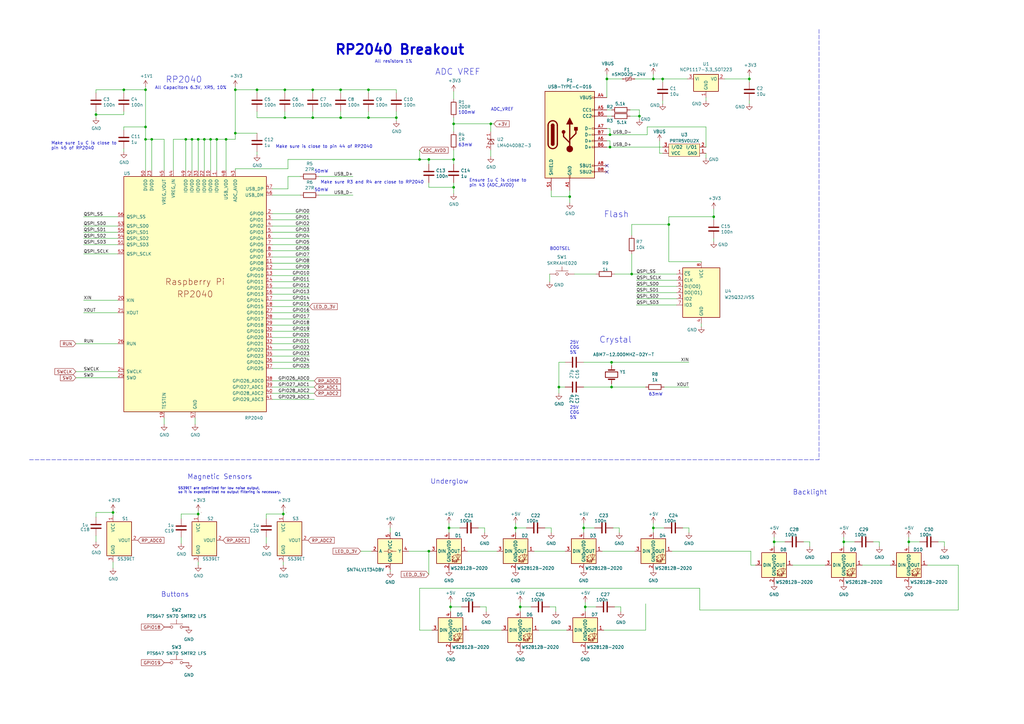
<source format=kicad_sch>
(kicad_sch (version 20230121) (generator eeschema)
  (paper "A3")
  (title_block (title "keeb") (date "2020-12-18") (rev "REV1"))
  (junction (at 172.085 65.405))
  (junction (at 59.69 36.83))
  (junction (at 250.825 158.75))
  (junction (at 184.15 216.535))
  (junction (at 162.56 48.26))
  (junction (at 46.355 210.185))
  (junction (at 262.255 47.625))
  (junction (at 96.52 54.61))
  (junction (at 186.055 50.8))
  (junction (at 233.68 80.645))
  (junction (at 151.13 48.26))
  (junction (at 116.205 210.82))
  (junction (at 267.97 32.385))
  (junction (at 211.455 216.535))
  (junction (at 240.03 248.92))
  (junction (at 50.8 36.83))
  (junction (at 86.36 57.15))
  (junction (at 317.5 222.25))
  (junction (at 201.295 50.8))
  (junction (at 186.055 65.405))
  (junction (at 267.97 216.535))
  (junction (at 76.2 57.15))
  (junction (at 213.36 248.92))
  (junction (at 116.84 48.26))
  (junction (at 271.78 32.385))
  (junction (at 83.82 57.15))
  (junction (at 62.23 57.15))
  (junction (at 184.785 248.92))
  (junction (at 248.92 32.385))
  (junction (at 92.71 57.15))
  (junction (at 307.34 32.385))
  (junction (at 372.745 222.25))
  (junction (at 151.13 36.83))
  (junction (at 250.19 60.325))
  (junction (at 59.69 57.15))
  (junction (at 96.52 36.83))
  (junction (at 346.075 222.25))
  (junction (at 88.9 57.15))
  (junction (at 274.32 92.075))
  (junction (at 59.69 52.07))
  (junction (at 78.74 57.15))
  (junction (at 81.28 57.15))
  (junction (at 81.28 210.82))
  (junction (at 250.825 148.59))
  (junction (at 250.19 55.245))
  (junction (at 259.08 112.395))
  (junction (at 128.27 36.83))
  (junction (at 229.235 158.75))
  (junction (at 128.27 48.26))
  (junction (at 292.735 88.9))
  (junction (at 39.37 46.99))
  (junction (at 116.84 36.83))
  (junction (at 175.895 226.06))
  (junction (at 105.41 36.83))
  (junction (at 239.395 216.535))
  (junction (at 139.7 48.26))
  (junction (at 175.895 65.405))
  (junction (at 186.055 76.835))
  (junction (at 139.7 36.83))
  (no_connect (at 248.92 67.945))
  (no_connect (at 248.92 70.485))
  (wire (pts (xy 184.785 248.92) (xy 184.785 250.825)))
  (wire (pts (xy 34.29 100.33) (xy 48.26 100.33)))
  (wire (pts (xy 271.78 62.865) (xy 270.51 62.865)))
  (wire (pts (xy 92.71 69.85) (xy 92.71 57.15)))
  (wire (pts (xy 74.295 220.345) (xy 74.295 222.885)))
  (wire (pts (xy 116.205 210.82) (xy 109.22 210.82)))
  (wire (pts (xy 46.355 230.505) (xy 46.355 233.045)))
  (wire (pts (xy 191.77 226.06) (xy 203.835 226.06)))
  (wire (pts (xy 48.26 128.27) (xy 34.29 128.27)))
  (wire (pts (xy 59.69 36.83) (xy 59.69 52.07)))
  (wire (pts (xy 48.26 104.14) (xy 34.29 104.14)))
  (wire (pts (xy 325.12 231.775) (xy 338.455 231.775)))
  (wire (pts (xy 281.94 32.385) (xy 271.78 32.385)))
  (wire (pts (xy 39.37 36.83) (xy 50.8 36.83)))
  (wire (pts (xy 96.52 35.56) (xy 96.52 36.83)))
  (wire (pts (xy 239.395 216.535) (xy 243.84 216.535)))
  (wire (pts (xy 128.27 36.83) (xy 139.7 36.83)))
  (wire (pts (xy 250.825 157.48) (xy 250.825 158.75)))
  (wire (pts (xy 260.35 32.385) (xy 267.97 32.385)))
  (wire (pts (xy 50.8 60.96) (xy 50.8 62.23)))
  (wire (pts (xy 332.105 222.25) (xy 332.105 224.155)))
  (wire (pts (xy 50.8 52.07) (xy 59.69 52.07)))
  (wire (pts (xy 111.76 151.13) (xy 127 151.13)))
  (wire (pts (xy 111.76 140.97) (xy 127 140.97)))
  (wire (pts (xy 239.395 148.59) (xy 250.825 148.59)))
  (wire (pts (xy 81.28 57.15) (xy 83.82 57.15)))
  (wire (pts (xy 240.03 248.92) (xy 244.475 248.92)))
  (wire (pts (xy 264.795 247.65) (xy 264.795 258.445)))
  (wire (pts (xy 139.7 45.72) (xy 139.7 48.26)))
  (wire (pts (xy 250.825 45.085) (xy 248.92 45.085)))
  (wire (pts (xy 105.41 36.83) (xy 116.84 36.83)))
  (wire (pts (xy 225.425 112.395) (xy 225.425 115.57)))
  (wire (pts (xy 274.32 92.075) (xy 274.32 88.9)))
  (wire (pts (xy 48.26 88.9) (xy 34.29 88.9)))
  (wire (pts (xy 250.825 158.75) (xy 264.795 158.75)))
  (wire (pts (xy 213.36 248.92) (xy 217.805 248.92)))
  (wire (pts (xy 393.065 250.19) (xy 287.02 250.19)))
  (wire (pts (xy 186.055 74.93) (xy 186.055 76.835)))
  (wire (pts (xy 160.02 216.535) (xy 160.02 218.44)))
  (wire (pts (xy 184.785 248.92) (xy 189.23 248.92)))
  (wire (pts (xy 46.355 209.55) (xy 46.355 210.185)))
  (wire (pts (xy 118.11 69.215) (xy 118.11 65.405)))
  (wire (pts (xy 297.18 32.385) (xy 307.34 32.385)))
  (wire (pts (xy 34.29 123.19) (xy 48.26 123.19)))
  (wire (pts (xy 250.19 60.325) (xy 271.78 60.325)))
  (wire (pts (xy 267.97 216.535) (xy 272.415 216.535)))
  (wire (pts (xy 88.9 57.15) (xy 92.71 57.15)))
  (wire (pts (xy 186.055 50.8) (xy 201.295 50.8)))
  (wire (pts (xy 81.28 69.85) (xy 81.28 57.15)))
  (wire (pts (xy 111.76 120.65) (xy 127 120.65)))
  (wire (pts (xy 184.15 216.535) (xy 184.15 218.44)))
  (wire (pts (xy 116.84 48.26) (xy 105.41 48.26)))
  (wire (pts (xy 172.085 258.445) (xy 177.165 258.445)))
  (wire (pts (xy 59.69 57.15) (xy 59.69 69.85)))
  (wire (pts (xy 116.205 210.82) (xy 116.205 211.455)))
  (wire (pts (xy 111.76 138.43) (xy 127 138.43)))
  (wire (pts (xy 111.76 92.71) (xy 127 92.71)))
  (wire (pts (xy 175.895 235.585) (xy 175.895 226.06)))
  (wire (pts (xy 111.76 118.11) (xy 127 118.11)))
  (wire (pts (xy 250.19 55.245) (xy 265.43 55.245)))
  (wire (pts (xy 248.92 47.625) (xy 250.825 47.625)))
  (wire (pts (xy 265.43 52.07) (xy 265.43 55.245)))
  (wire (pts (xy 332.105 222.25) (xy 329.565 222.25)))
  (wire (pts (xy 233.68 80.645) (xy 233.68 83.185)))
  (wire (pts (xy 267.97 32.385) (xy 271.78 32.385)))
  (wire (pts (xy 393.065 231.775) (xy 393.065 250.19)))
  (wire (pts (xy 213.36 248.92) (xy 213.36 250.825)))
  (wire (pts (xy 96.52 54.61) (xy 105.41 54.61)))
  (wire (pts (xy 128.27 38.1) (xy 128.27 36.83)))
  (wire (pts (xy 250.19 52.705) (xy 250.19 55.245)))
  (wire (pts (xy 219.075 226.06) (xy 231.775 226.06)))
  (wire (pts (xy 76.2 69.85) (xy 76.2 57.15)))
  (polyline (pts (xy 335.915 12.065) (xy 335.915 188.595)) (stroke (width 0) (type dash)))
  (wire (pts (xy 116.84 45.72) (xy 116.84 48.26)))
  (wire (pts (xy 96.52 36.83) (xy 96.52 54.61)))
  (wire (pts (xy 199.39 248.92) (xy 199.39 250.825)))
  (wire (pts (xy 81.28 209.55) (xy 81.28 210.82)))
  (wire (pts (xy 275.59 226.06) (xy 307.975 226.06)))
  (wire (pts (xy 250.825 149.86) (xy 250.825 148.59)))
  (wire (pts (xy 231.775 158.75) (xy 229.235 158.75)))
  (wire (pts (xy 198.755 216.535) (xy 198.755 218.44)))
  (wire (pts (xy 186.055 65.405) (xy 186.055 67.31)))
  (wire (pts (xy 287.655 132.715) (xy 287.655 133.985)))
  (wire (pts (xy 105.41 38.1) (xy 105.41 36.83)))
  (wire (pts (xy 248.92 32.385) (xy 248.92 40.005)))
  (wire (pts (xy 62.23 69.85) (xy 62.23 57.15)))
  (wire (pts (xy 254 216.535) (xy 251.46 216.535)))
  (wire (pts (xy 172.085 241.3) (xy 172.085 258.445)))
  (wire (pts (xy 109.22 220.345) (xy 109.22 222.885)))
  (wire (pts (xy 92.71 57.15) (xy 96.52 57.15)))
  (wire (pts (xy 262.255 47.625) (xy 262.255 48.895)))
  (wire (pts (xy 167.64 226.06) (xy 175.895 226.06)))
  (wire (pts (xy 353.695 231.775) (xy 365.125 231.775)))
  (wire (pts (xy 175.895 226.06) (xy 176.53 226.06)))
  (wire (pts (xy 34.29 92.71) (xy 48.26 92.71)))
  (wire (pts (xy 184.15 214.63) (xy 184.15 216.535)))
  (wire (pts (xy 248.92 30.48) (xy 248.92 32.385)))
  (wire (pts (xy 267.97 30.48) (xy 267.97 32.385)))
  (wire (pts (xy 83.82 57.15) (xy 86.36 57.15)))
  (wire (pts (xy 111.76 87.63) (xy 127 87.63)))
  (wire (pts (xy 88.9 57.15) (xy 88.9 69.85)))
  (wire (pts (xy 317.5 222.25) (xy 321.945 222.25)))
  (wire (pts (xy 111.76 107.95) (xy 127 107.95)))
  (wire (pts (xy 227.965 248.92) (xy 227.965 250.825)))
  (wire (pts (xy 240.03 248.92) (xy 240.03 250.825)))
  (wire (pts (xy 184.785 247.015) (xy 184.785 248.92)))
  (wire (pts (xy 172.085 61.595) (xy 172.085 65.405)))
  (wire (pts (xy 307.34 41.275) (xy 307.34 42.545)))
  (wire (pts (xy 162.56 38.1) (xy 162.56 36.83)))
  (wire (pts (xy 287.02 241.3) (xy 287.02 250.19)))
  (wire (pts (xy 307.975 226.06) (xy 307.975 231.775)))
  (wire (pts (xy 130.81 80.01) (xy 144.78 80.01)))
  (wire (pts (xy 111.76 133.35) (xy 127 133.35)))
  (wire (pts (xy 271.78 41.275) (xy 271.78 42.545)))
  (wire (pts (xy 111.76 105.41) (xy 127 105.41)))
  (wire (pts (xy 81.28 210.82) (xy 74.295 210.82)))
  (wire (pts (xy 34.29 95.25) (xy 48.26 95.25)))
  (wire (pts (xy 151.13 38.1) (xy 151.13 36.83)))
  (wire (pts (xy 250.19 60.325) (xy 250.19 57.785)))
  (wire (pts (xy 118.11 72.39) (xy 123.19 72.39)))
  (wire (pts (xy 67.31 69.85) (xy 67.31 57.15)))
  (wire (pts (xy 151.13 45.72) (xy 151.13 48.26)))
  (wire (pts (xy 111.76 130.81) (xy 127 130.81)))
  (wire (pts (xy 80.01 171.45) (xy 80.01 173.99)))
  (wire (pts (xy 111.76 128.27) (xy 127 128.27)))
  (wire (pts (xy 259.08 104.14) (xy 259.08 112.395)))
  (wire (pts (xy 201.295 50.8) (xy 201.295 53.975)))
  (wire (pts (xy 39.37 46.99) (xy 39.37 48.26)))
  (wire (pts (xy 274.32 88.9) (xy 292.735 88.9)))
  (wire (pts (xy 186.055 61.595) (xy 186.055 65.405)))
  (wire (pts (xy 229.235 148.59) (xy 229.235 158.75)))
  (wire (pts (xy 31.115 140.97) (xy 48.26 140.97)))
  (wire (pts (xy 317.5 220.345) (xy 317.5 222.25)))
  (wire (pts (xy 39.37 46.99) (xy 50.8 46.99)))
  (wire (pts (xy 227.965 248.92) (xy 225.425 248.92)))
  (wire (pts (xy 289.56 62.865) (xy 289.56 64.77)))
  (wire (pts (xy 111.76 125.73) (xy 127 125.73)))
  (polyline (pts (xy 12.065 188.595) (xy 335.915 188.595)) (stroke (width 0) (type dash)))
  (wire (pts (xy 111.76 115.57) (xy 127 115.57)))
  (wire (pts (xy 78.74 57.15) (xy 81.28 57.15)))
  (wire (pts (xy 282.575 216.535) (xy 280.035 216.535)))
  (wire (pts (xy 39.37 219.71) (xy 39.37 222.25)))
  (wire (pts (xy 151.13 48.26) (xy 162.56 48.26)))
  (wire (pts (xy 270.51 62.865) (xy 270.51 57.785)))
  (wire (pts (xy 31.115 152.4) (xy 48.26 152.4)))
  (wire (pts (xy 277.495 117.475) (xy 260.985 117.475)))
  (wire (pts (xy 211.455 214.63) (xy 211.455 216.535)))
  (wire (pts (xy 105.41 45.72) (xy 105.41 48.26)))
  (wire (pts (xy 71.12 57.15) (xy 76.2 57.15)))
  (wire (pts (xy 198.755 216.535) (xy 196.215 216.535)))
  (wire (pts (xy 262.255 45.085) (xy 262.255 47.625)))
  (wire (pts (xy 74.295 210.82) (xy 74.295 212.725)))
  (wire (pts (xy 372.745 222.25) (xy 377.19 222.25)))
  (wire (pts (xy 175.895 65.405) (xy 186.055 65.405)))
  (wire (pts (xy 239.395 158.75) (xy 250.825 158.75)))
  (wire (pts (xy 151.13 36.83) (xy 162.56 36.83)))
  (wire (pts (xy 231.775 148.59) (xy 229.235 148.59)))
  (wire (pts (xy 186.055 48.26) (xy 186.055 50.8)))
  (wire (pts (xy 130.81 72.39) (xy 144.78 72.39)))
  (wire (pts (xy 292.735 90.17) (xy 292.735 88.9)))
  (wire (pts (xy 307.34 32.385) (xy 307.34 31.115)))
  (wire (pts (xy 292.735 85.725) (xy 292.735 88.9)))
  (wire (pts (xy 265.43 52.07) (xy 289.56 52.07)))
  (wire (pts (xy 252.095 112.395) (xy 259.08 112.395)))
  (wire (pts (xy 111.76 156.21) (xy 128.905 156.21)))
  (wire (pts (xy 260.985 125.095) (xy 277.495 125.095)))
  (wire (pts (xy 247.65 258.445) (xy 264.795 258.445)))
  (wire (pts (xy 111.76 100.33) (xy 127 100.33)))
  (wire (pts (xy 59.69 35.56) (xy 59.69 36.83)))
  (wire (pts (xy 46.355 210.185) (xy 46.355 211.455)))
  (wire (pts (xy 96.52 69.215) (xy 96.52 69.85)))
  (wire (pts (xy 139.7 48.26) (xy 128.27 48.26)))
  (wire (pts (xy 147.955 226.06) (xy 152.4 226.06)))
  (wire (pts (xy 111.76 163.83) (xy 128.905 163.83)))
  (wire (pts (xy 111.76 158.75) (xy 128.905 158.75)))
  (wire (pts (xy 213.36 247.015) (xy 213.36 248.92)))
  (wire (pts (xy 175.895 65.405) (xy 175.895 67.31)))
  (wire (pts (xy 111.76 113.03) (xy 127 113.03)))
  (wire (pts (xy 39.37 45.72) (xy 39.37 46.99)))
  (wire (pts (xy 160.02 233.68) (xy 160.02 234.315)))
  (wire (pts (xy 240.03 247.015) (xy 240.03 248.92)))
  (wire (pts (xy 229.235 158.75) (xy 229.235 161.29)))
  (wire (pts (xy 116.205 209.55) (xy 116.205 210.82)))
  (wire (pts (xy 186.055 37.465) (xy 186.055 40.64)))
  (wire (pts (xy 105.41 63.5) (xy 105.41 62.23)))
  (wire (pts (xy 346.075 222.25) (xy 346.075 224.155)))
  (wire (pts (xy 346.075 220.345) (xy 346.075 222.25)))
  (wire (pts (xy 239.395 216.535) (xy 239.395 218.44)))
  (wire (pts (xy 307.34 33.655) (xy 307.34 32.385)))
  (wire (pts (xy 111.76 97.79) (xy 127 97.79)))
  (wire (pts (xy 372.745 220.345) (xy 372.745 222.25)))
  (wire (pts (xy 360.68 222.25) (xy 358.14 222.25)))
  (wire (pts (xy 186.055 50.8) (xy 186.055 53.975)))
  (wire (pts (xy 260.985 122.555) (xy 277.495 122.555)))
  (wire (pts (xy 372.745 222.25) (xy 372.745 224.155)))
  (wire (pts (xy 31.115 154.94) (xy 48.26 154.94)))
  (wire (pts (xy 111.76 161.29) (xy 128.905 161.29)))
  (wire (pts (xy 254.635 248.92) (xy 254.635 250.825)))
  (wire (pts (xy 39.37 38.1) (xy 39.37 36.83)))
  (wire (pts (xy 287.02 241.3) (xy 172.085 241.3)))
  (wire (pts (xy 271.78 33.655) (xy 271.78 32.385)))
  (wire (pts (xy 184.15 216.535) (xy 188.595 216.535)))
  (wire (pts (xy 86.36 69.85) (xy 86.36 57.15)))
  (wire (pts (xy 111.76 90.17) (xy 127 90.17)))
  (wire (pts (xy 239.395 214.63) (xy 239.395 216.535)))
  (wire (pts (xy 360.68 222.25) (xy 360.68 224.155)))
  (wire (pts (xy 59.69 52.07) (xy 59.69 57.15)))
  (wire (pts (xy 267.97 216.535) (xy 267.97 218.44)))
  (wire (pts (xy 199.39 248.92) (xy 196.85 248.92)))
  (wire (pts (xy 50.8 36.83) (xy 59.69 36.83)))
  (wire (pts (xy 220.98 258.445) (xy 232.41 258.445)))
  (wire (pts (xy 211.455 216.535) (xy 215.9 216.535)))
  (wire (pts (xy 226.06 78.105) (xy 226.06 80.645)))
  (wire (pts (xy 380.365 231.775) (xy 393.065 231.775)))
  (wire (pts (xy 116.84 36.83) (xy 128.27 36.83)))
  (wire (pts (xy 233.68 78.105) (xy 233.68 80.645)))
  (wire (pts (xy 387.35 222.25) (xy 387.35 224.155)))
  (wire (pts (xy 226.06 80.645) (xy 233.68 80.645)))
  (wire (pts (xy 118.11 72.39) (xy 118.11 77.47)))
  (wire (pts (xy 247.015 226.06) (xy 260.35 226.06)))
  (wire (pts (xy 162.56 48.26) (xy 162.56 49.53)))
  (wire (pts (xy 96.52 54.61) (xy 96.52 57.15)))
  (wire (pts (xy 248.92 32.385) (xy 255.27 32.385)))
  (wire (pts (xy 111.76 110.49) (xy 127 110.49)))
  (wire (pts (xy 258.445 47.625) (xy 262.255 47.625)))
  (wire (pts (xy 118.11 65.405) (xy 172.085 65.405)))
  (wire (pts (xy 111.76 80.01) (xy 123.19 80.01)))
  (wire (pts (xy 67.31 57.15) (xy 62.23 57.15)))
  (wire (pts (xy 274.32 92.075) (xy 274.32 107.315)))
  (wire (pts (xy 274.32 107.315) (xy 287.655 107.315)))
  (wire (pts (xy 250.825 148.59) (xy 282.575 148.59)))
  (wire (pts (xy 78.74 69.85) (xy 78.74 57.15)))
  (wire (pts (xy 67.31 171.45) (xy 67.31 173.99)))
  (wire (pts (xy 254.635 248.92) (xy 252.095 248.92)))
  (wire (pts (xy 111.76 77.47) (xy 118.11 77.47)))
  (wire (pts (xy 81.28 231.775) (xy 81.28 230.505)))
  (wire (pts (xy 162.56 45.72) (xy 162.56 48.26)))
  (wire (pts (xy 248.92 52.705) (xy 250.19 52.705)))
  (wire (pts (xy 139.7 38.1) (xy 139.7 36.83)))
  (wire (pts (xy 235.585 112.395) (xy 244.475 112.395)))
  (wire (pts (xy 116.84 38.1) (xy 116.84 36.83)))
  (wire (pts (xy 111.76 123.19) (xy 127 123.19)))
  (wire (pts (xy 211.455 216.535) (xy 211.455 218.44)))
  (wire (pts (xy 111.76 146.05) (xy 127 146.05)))
  (wire (pts (xy 260.985 114.935) (xy 277.495 114.935)))
  (wire (pts (xy 111.76 102.87) (xy 127 102.87)))
  (wire (pts (xy 128.27 45.72) (xy 128.27 48.26)))
  (wire (pts (xy 387.35 222.25) (xy 384.81 222.25)))
  (wire (pts (xy 50.8 38.1) (xy 50.8 36.83)))
  (wire (pts (xy 172.085 65.405) (xy 175.895 65.405)))
  (wire (pts (xy 34.29 97.79) (xy 48.26 97.79)))
  (wire (pts (xy 272.415 158.75) (xy 282.575 158.75)))
  (wire (pts (xy 111.76 95.25) (xy 127 95.25)))
  (wire (pts (xy 175.895 74.93) (xy 175.895 76.835)))
  (wire (pts (xy 111.76 135.89) (xy 127 135.89)))
  (wire (pts (xy 289.56 52.07) (xy 289.56 60.325)))
  (wire (pts (xy 62.23 57.15) (xy 59.69 57.15)))
  (wire (pts (xy 259.08 92.075) (xy 259.08 96.52)))
  (wire (pts (xy 259.08 112.395) (xy 277.495 112.395)))
  (wire (pts (xy 111.76 148.59) (xy 127 148.59)))
  (wire (pts (xy 248.92 57.785) (xy 250.19 57.785)))
  (wire (pts (xy 96.52 69.215) (xy 118.11 69.215)))
  (wire (pts (xy 292.735 97.79) (xy 292.735 99.06)))
  (wire (pts (xy 39.37 210.185) (xy 39.37 212.09)))
  (wire (pts (xy 71.12 69.85) (xy 71.12 57.15)))
  (wire (pts (xy 226.06 216.535) (xy 226.06 218.44)))
  (wire (pts (xy 248.92 55.245) (xy 250.19 55.245)))
  (wire (pts (xy 282.575 216.535) (xy 282.575 218.44)))
  (wire (pts (xy 76.2 57.15) (xy 78.74 57.15)))
  (wire (pts (xy 259.08 92.075) (xy 274.32 92.075)))
  (wire (pts (xy 81.28 210.82) (xy 81.28 211.455)))
  (wire (pts (xy 83.82 69.85) (xy 83.82 57.15)))
  (wire (pts (xy 186.055 76.835) (xy 186.055 79.375)))
  (wire (pts (xy 46.355 210.185) (xy 39.37 210.185)))
  (wire (pts (xy 317.5 222.25) (xy 317.5 224.155)))
  (wire (pts (xy 116.205 231.775) (xy 116.205 230.505)))
  (wire (pts (xy 277.495 120.015) (xy 260.985 120.015)))
  (wire (pts (xy 262.255 45.085) (xy 258.445 45.085)))
  (wire (pts (xy 192.405 258.445) (xy 205.74 258.445)))
  (wire (pts (xy 289.56 40.005) (xy 289.56 41.275)))
  (wire (pts (xy 226.06 216.535) (xy 223.52 216.535)))
  (wire (pts (xy 254 216.535) (xy 254 218.44)))
  (wire (pts (xy 50.8 46.99) (xy 50.8 45.72)))
  (wire (pts (xy 128.27 48.26) (xy 116.84 48.26)))
  (wire (pts (xy 50.8 53.34) (xy 50.8 52.07)))
  (wire (pts (xy 139.7 48.26) (xy 151.13 48.26)))
  (wire (pts (xy 201.295 50.8) (xy 202.565 50.8)))
  (wire (pts (xy 139.7 36.83) (xy 151.13 36.83)))
  (wire (pts (xy 248.92 60.325) (xy 250.19 60.325)))
  (wire (pts (xy 201.295 61.595) (xy 201.295 64.135)))
  (wire (pts (xy 267.97 214.63) (xy 267.97 216.535)))
  (wire (pts (xy 111.76 143.51) (xy 127 143.51)))
  (wire (pts (xy 86.36 57.15) (xy 88.9 57.15)))
  (wire (pts (xy 307.975 231.775) (xy 309.88 231.775)))
  (wire (pts (xy 109.22 210.82) (xy 109.22 212.725)))
  (wire (pts (xy 175.895 76.835) (xy 186.055 76.835)))
  (wire (pts (xy 346.075 222.25) (xy 350.52 222.25)))
  (wire (pts (xy 96.52 36.83) (xy 105.41 36.83)))
  (image (at 152.4 -170.815) (scale 5.52324))
  (image (at -136.525 45.085) (scale 2.69118))
  (text "RP2040 Breakout\n" (at 137.16 22.86 0) (effects (font (size 4 4) (thickness 0.8) bold) (justify left bottom)))
  (text "All Capacitors 6.3V, XR5, 10%" (at 63.5 36.83 0) (effects (font (size 1.27 1.27)) (justify left bottom)))
  (text "Make sure 1u C is close to \npin 45 of RP2040" (at 20.955 61.595 0) (effects (font (size 1.27 1.27)) (justify left bottom)))
  (text "ADC VREF" (at 178.435 31.115 0) (effects (font (size 2.54 2.54)) (justify left bottom)))
  (text "63mW" (at 266.065 162.56 0) (effects (font (size 1.27 1.27)) (justify left bottom)))
  (text "25V\nC0G\n5%" (at 233.68 145.415 0) (effects (font (size 1.27 1.27)) (justify left bottom)))
  (text "ADC_VREF" (at 201.295 45.72 0) (effects (font (size 1.27 1.27)) (justify left bottom)))
  (text "Make sure R3 and R4 are close to RP2040" (at 131.445 75.565 0) (effects (font (size 1.27 1.27)) (justify left bottom)))
  (text "Magnetic Sensors" (at 76.835 196.85 0) (effects (font (size 2 2)) (justify left bottom)))
  (text "Underglow" (at 176.53 198.755 0) (effects (font (size 2 2)) (justify left bottom)))
  (text "63mW" (at 187.96 60.325 0) (effects (font (size 1.27 1.27)) (justify left bottom)))
  (text "RP2040" (at 67.945 34.29 0) (effects (font (size 2.54 2.54)) (justify left bottom)))
  (text "SS39ET are optimized for low noise output, \nso it is expected that no output filtering is necessary." (at 73.025 202.565 0) (effects (font (size 1 1)) (justify left bottom)))
  (text "BOOTSEL" (at 225.425 102.87 0) (effects (font (size 1.27 1.27)) (justify left bottom)))
  (text "Buttons" (at 66.04 245.11 0) (effects (font (size 2 2)) (justify left bottom)))
  (text "Crystal" (at 245.745 140.97 0) (effects (font (size 2.54 2.54)) (justify left bottom)))
  (text "Make sure is close to pin 44 of RP2040" (at 113.03 60.96 0) (effects (font (size 1.27 1.27)) (justify left bottom)))
  (text "All resistors 1%" (at 153.67 26.035 0) (effects (font (size 1.27 1.27)) (justify left bottom)))
  (text "Backlight" (at 325.12 203.2 0) (effects (font (size 2 2)) (justify left bottom)))
  (text "50mW" (at 128.905 71.12 0) (effects (font (size 1.27 1.27)) (justify left bottom)))
  (text "25V\nC0G\n5%" (at 233.68 172.085 0) (effects (font (size 1.27 1.27)) (justify left bottom)))
  (text "50mW" (at 128.905 78.74 0) (effects (font (size 1.27 1.27)) (justify left bottom)))
  (text "Flash" (at 247.65 89.535 0) (effects (font (size 2.54 2.54)) (justify left bottom)))
  (text "Ensure 1u C is close to \npin 43 (ADC_AVDD)" (at 192.405 76.835 0) (effects (font (size 1.27 1.27)) (justify left bottom)))
  (text "100mW" (at 187.96 46.99 0) (effects (font (size 1.27 1.27)) (justify left bottom)))
  (label "GPIO3" (at 127 95.25 180))
  (label "QSPI_SCLK" (at 260.985 114.935 0))
  (label "QSPI_SD2" (at 260.985 122.555 0))
  (label "GPIO22" (at 127 143.51 180))
  (label "QSPI_SD0" (at 260.985 117.475 0))
  (label "GPIO0" (at 127 87.63 180))
  (label "QSPI_SD3" (at 34.29 100.33 0))
  (label "GPIO15" (at 127 125.73 180))
  (label "GPIO2" (at 127 92.71 180))
  (label "GPIO19" (at 127 135.89 180))
  (label "XOUT" (at 34.29 128.27 0))
  (label "GPIO6" (at 127 102.87 180))
  (label "QSPI_SD1" (at 260.985 120.015 0))
  (label "QSPI_SD0" (at 34.29 92.71 0))
  (label "GPIO23" (at 127 146.05 180))
  (label "GPIO28_ADC2" (at 127 161.29 180))
  (label "GPIO17" (at 127 130.81 180))
  (label "XIN" (at 34.29 123.19 0))
  (label "USB_D+" (at 259.08 60.325 180))
  (label "USB_D+" (at 144.78 72.39 180))
  (label "USB_D-" (at 144.78 80.01 180))
  (label "SWD" (at 34.29 154.94 0))
  (label "GPIO13" (at 127 120.65 180))
  (label "GPIO5" (at 127 100.33 180))
  (label "GPIO29_ADC3" (at 127 163.83 180))
  (label "GPIO24" (at 127 148.59 180))
  (label "GPIO21" (at 127 140.97 180))
  (label "QSPI_SD3" (at 260.985 125.095 0))
  (label "GPIO10" (at 127 113.03 180))
  (label "GPIO1" (at 127 90.17 180))
  (label "RUN" (at 34.29 140.97 0))
  (label "SWCLK" (at 34.29 152.4 0))
  (label "GPIO9" (at 127 110.49 180))
  (label "XIN" (at 282.575 148.59 180))
  (label "GPIO16" (at 127 128.27 180))
  (label "GPIO20" (at 127 138.43 180))
  (label "GPIO4" (at 127 97.79 180))
  (label "GPIO8" (at 127 107.95 180))
  (label "QSPI_SD1" (at 34.29 95.25 0))
  (label "GPIO18" (at 127 133.35 180))
  (label "GPIO25" (at 127 151.13 180))
  (label "XOUT" (at 282.575 158.75 180))
  (label "GPIO12" (at 127 118.11 180))
  (label "QSPI_SCLK" (at 34.29 104.14 0))
  (label "GPIO26_ADC0" (at 127 156.21 180))
  (label "USB_D-" (at 259.08 55.245 180))
  (label "QSPI_SS" (at 34.29 88.9 0))
  (label "GPIO14" (at 127 123.19 180))
  (label "GPIO7" (at 127 105.41 180))
  (label "GPIO11" (at 127 115.57 180))
  (label "GPIO27_ADC1" (at 127 158.75 180))
  (label "QSPI_SS" (at 260.985 112.395 0))
  (label "QSPI_SD2" (at 34.29 97.79 0))
  (global_label "+3V" (shape input) (at 202.565 50.8 0) (property "Intersheetrefs" "${INTERSHEET_REFS}" (effects hide)))
  (global_label "RP_ADC0" (shape input) (at 56.515 221.615 0) (property "Intersheetrefs" "${INTERSHEET_REFS}" (effects hide)))
  (global_label "RP_ADC1" (shape input) (at 128.905 158.75 0) (property "Intersheetrefs" "${INTERSHEET_REFS}" (effects hide)))
  (global_label "RP_ADC0" (shape input) (at 128.905 156.21 0) (property "Intersheetrefs" "${INTERSHEET_REFS}" (effects hide)))
  (global_label "RP_ADC2" (shape input) (at 126.365 221.615 0) (property "Intersheetrefs" "${INTERSHEET_REFS}" (effects hide)))
  (global_label "ADC_AVDD" (shape input) (at 172.085 61.595 0) (property "Intersheetrefs" "${INTERSHEET_REFS}" (effects hide)))
  (global_label "RP_ADC1" (shape input) (at 91.44 221.615 0) (property "Intersheetrefs" "${INTERSHEET_REFS}" (effects hide)))
  (global_label "LED_D_5V" (shape input) (at 175.895 235.585 180) (property "Intersheetrefs" "${INTERSHEET_REFS}" (effects hide)))
  (global_label "RP_ADC2" (shape input) (at 128.905 161.29 0) (property "Intersheetrefs" "${INTERSHEET_REFS}" (effects hide)))
  (global_label "GPIO19" (shape input) (at 67.31 271.78 180) (property "Intersheetrefs" "${INTERSHEET_REFS}" (effects hide)))
  (global_label "LED_D_3V" (shape input) (at 147.955 226.06 180) (property "Intersheetrefs" "${INTERSHEET_REFS}" (effects hide)))
  (global_label "SWD" (shape input) (at 31.115 154.94 180) (property "Intersheetrefs" "${INTERSHEET_REFS}" (effects hide)))
  (global_label "GPIO18" (shape input) (at 67.31 257.175 180) (property "Intersheetrefs" "${INTERSHEET_REFS}" (effects hide)))
  (global_label "SWCLK" (shape input) (at 31.115 152.4 180) (property "Intersheetrefs" "${INTERSHEET_REFS}" (effects hide)))
  (global_label "RUN" (shape input) (at 31.115 140.97 180) (property "Intersheetrefs" "${INTERSHEET_REFS}" (effects hide)))
  (global_label "LED_D_3V" (shape input) (at 127 125.73 0) (property "Intersheetrefs" "${INTERSHEET_REFS}" (effects hide)))
  (symbol (lib_id "MCU_RaspberryPi_RP2040:RP2040") (at 80.01 120.65 0) (unit 1)
    (property "Reference" "U5" (at 52.07 71.12 0))
    (property "Value" "RP2040" (at 104.14 171.45 0))
    (property "Footprint" "RP2040_minimal:RP2040-QFN-56" (effects hide))
  )
  (symbol (lib_id "Device:C") (at 235.585 148.59 270) (unit 1)
    (property "Reference" "C16" (at 236.7534 151.511 0) (effects (justify left)))
    (property "Value" "27p" (at 234.442 151.511 0) (effects (justify left)))
    (property "Footprint" "Capacitor_SMD:C_0402_1005Metric" (effects hide))
  )
  (symbol (lib_id "Device:C") (at 235.585 158.75 270) (unit 1)
    (property "Reference" "C17" (at 236.7534 161.671 0) (effects (justify left)))
    (property "Value" "27p" (at 234.442 161.671 0) (effects (justify left)))
    (property "Footprint" "Capacitor_SMD:C_0402_1005Metric" (effects hide))
  )
  (symbol (lib_id "power:GND") (at 229.235 161.29 0) (unit 1)
    (property "Reference" "#PWR024" (effects hide))
    (property "Value" "GND" (at 229.362 165.6842 0))
  )
  (symbol (lib_id "power:+3V3") (at 292.735 85.725 0) (unit 1)
    (property "Reference" "#PWR020" (effects hide))
    (property "Value" "+3V3" (at 293.116 81.3308 0))
  )
  (symbol (lib_id "power:GND") (at 287.655 133.985 0) (unit 1)
    (property "Reference" "#PWR023" (effects hide))
    (property "Value" "GND" (at 283.845 135.255 0))
  )
  (symbol (lib_id "Device:R") (at 259.08 100.33 0) (unit 1)
    (property "Reference" "R7" (at 260.858 99.1616 0) (effects (justify left)))
    (property "Value" "10k" (at 260.858 101.473 0) (effects (justify left)))
    (property "Footprint" "Capacitor_SMD:C_0402_1005Metric" (effects hide))
  )
  (symbol (lib_id "Device:C") (at 292.735 93.98 0) (unit 1)
    (property "Reference" "C15" (at 295.656 92.8116 0) (effects (justify left)))
    (property "Value" "100n" (at 295.656 95.123 0) (effects (justify left)))
    (property "Footprint" "Capacitor_SMD:C_0402_1005Metric" (effects hide))
  )
  (symbol (lib_id "power:GND") (at 292.735 99.06 0) (unit 1)
    (property "Reference" "#PWR021" (effects hide))
    (property "Value" "GND" (at 296.545 100.33 0))
  )
  (symbol (lib_id "power:GND") (at 80.01 173.99 0) (unit 1)
    (property "Reference" "#PWR026" (effects hide))
    (property "Value" "GND" (at 80.137 178.3842 0))
  )
  (symbol (lib_id "power:GND") (at 67.31 173.99 0) (unit 1)
    (property "Reference" "#PWR025" (effects hide))
    (property "Value" "GND" (at 67.437 178.3842 0))
  )
  (symbol (lib_id "Device:R") (at 127 72.39 270) (unit 1)
    (property "Reference" "R5" (at 127 67.1322 90))
    (property "Value" "27R" (at 127 69.4436 90))
    (property "Footprint" "Capacitor_SMD:C_0402_1005Metric" (effects hide))
  )
  (symbol (lib_id "Device:R") (at 127 80.01 270) (unit 1)
    (property "Reference" "R6" (at 127 74.7522 90))
    (property "Value" "27R" (at 127 77.0636 90))
    (property "Footprint" "Capacitor_SMD:C_0402_1005Metric" (effects hide))
  )
  (symbol (lib_id "power:GND") (at 233.68 83.185 0) (unit 1)
    (property "Reference" "#PWR019" (effects hide))
    (property "Value" "GND" (at 233.807 87.5792 0))
  )
  (symbol (lib_id "power:+3V3") (at 96.52 35.56 0) (unit 1)
    (property "Reference" "#PWR05" (effects hide))
    (property "Value" "+3V3" (at 96.901 31.1658 0))
  )
  (symbol (lib_id "power:+1V1") (at 59.69 35.56 0) (unit 1)
    (property "Reference" "#PWR04" (effects hide))
    (property "Value" "+1V1" (at 60.071 31.1658 0))
  )
  (symbol (lib_id "Device:C") (at 105.41 41.91 0) (unit 1)
    (property "Reference" "C5" (at 108.331 40.7416 0) (effects (justify left)))
    (property "Value" "100n" (at 108.331 43.053 0) (effects (justify left)))
    (property "Footprint" "Capacitor_SMD:C_0402_1005Metric" (effects hide))
  )
  (symbol (lib_id "Device:C") (at 116.84 41.91 0) (unit 1)
    (property "Reference" "C6" (at 119.761 40.7416 0) (effects (justify left)))
    (property "Value" "100n" (at 119.761 43.053 0) (effects (justify left)))
    (property "Footprint" "Capacitor_SMD:C_0402_1005Metric" (effects hide))
  )
  (symbol (lib_id "Device:C") (at 128.27 41.91 0) (unit 1)
    (property "Reference" "C7" (at 131.191 40.7416 0) (effects (justify left)))
    (property "Value" "100n" (at 131.191 43.053 0) (effects (justify left)))
    (property "Footprint" "Capacitor_SMD:C_0402_1005Metric" (effects hide))
  )
  (symbol (lib_id "Device:C") (at 139.7 41.91 0) (unit 1)
    (property "Reference" "C8" (at 142.621 40.7416 0) (effects (justify left)))
    (property "Value" "100n" (at 142.621 43.053 0) (effects (justify left)))
    (property "Footprint" "Capacitor_SMD:C_0402_1005Metric" (effects hide))
  )
  (symbol (lib_id "Device:C") (at 151.13 41.91 0) (unit 1)
    (property "Reference" "C9" (at 154.051 40.7416 0) (effects (justify left)))
    (property "Value" "100n" (at 154.051 43.053 0) (effects (justify left)))
    (property "Footprint" "Capacitor_SMD:C_0402_1005Metric" (effects hide))
  )
  (symbol (lib_id "Device:C") (at 162.56 41.91 0) (unit 1)
    (property "Reference" "C10" (at 165.481 40.7416 0) (effects (justify left)))
    (property "Value" "100n" (at 165.481 43.053 0) (effects (justify left)))
    (property "Footprint" "Capacitor_SMD:C_0402_1005Metric" (effects hide))
  )
  (symbol (lib_id "Device:C") (at 39.37 41.91 0) (unit 1)
    (property "Reference" "C3" (at 42.291 40.7416 0) (effects (justify left)))
    (property "Value" "100n" (at 42.291 43.053 0) (effects (justify left)))
    (property "Footprint" "Capacitor_SMD:C_0402_1005Metric" (effects hide))
  )
  (symbol (lib_id "Device:C") (at 50.8 41.91 0) (unit 1)
    (property "Reference" "C4" (at 53.721 40.7416 0) (effects (justify left)))
    (property "Value" "100n" (at 53.721 43.053 0) (effects (justify left)))
    (property "Footprint" "Capacitor_SMD:C_0402_1005Metric" (effects hide))
  )
  (symbol (lib_id "Device:C") (at 50.8 57.15 0) (unit 1)
    (property "Reference" "C11" (at 53.721 55.9816 0) (effects (justify left)))
    (property "Value" "1u" (at 53.721 58.293 0) (effects (justify left)))
    (property "Footprint" "Capacitor_SMD:C_0402_1005Metric" (effects hide))
  )
  (symbol (lib_id "Device:C") (at 105.41 58.42 0) (unit 1)
    (property "Reference" "C12" (at 108.331 57.2516 0) (effects (justify left)))
    (property "Value" "1u" (at 108.331 59.563 0) (effects (justify left)))
    (property "Footprint" "Capacitor_SMD:C_0402_1005Metric" (effects hide))
  )
  (symbol (lib_id "power:GND") (at 162.56 49.53 0) (unit 1)
    (property "Reference" "#PWR012" (effects hide))
    (property "Value" "GND" (at 162.687 53.9242 0))
  )
  (symbol (lib_id "power:GND") (at 39.37 48.26 0) (unit 1)
    (property "Reference" "#PWR010" (effects hide))
    (property "Value" "GND" (at 39.497 52.6542 0))
  )
  (symbol (lib_id "power:GND") (at 50.8 62.23 0) (unit 1)
    (property "Reference" "#PWR014" (effects hide))
    (property "Value" "GND" (at 50.927 66.6242 0))
  )
  (symbol (lib_id "power:GND") (at 105.41 63.5 0) (unit 1)
    (property "Reference" "#PWR015" (effects hide))
    (property "Value" "GND" (at 105.537 67.8942 0))
  )
  (symbol (lib_id "Regulator_Linear:NCP1117-3.3_SOT223") (at 289.56 32.385 0) (unit 1)
    (property "Reference" "U1" (at 289.56 26.2382 0))
    (property "Value" "NCP1117-3.3_SOT223" (at 289.56 28.5496 0))
    (property "Footprint" "Package_TO_SOT_SMD:SOT-223-3_TabPin2" (effects hide))
    (property "Datasheet" "http://www.onsemi.com/pub_link/Collateral/NCP1117-D.PDF" (effects hide))
  )
  (symbol (lib_id "power:GND") (at 289.56 41.275 0) (unit 1)
    (property "Reference" "#PWR07" (effects hide))
    (property "Value" "GND" (at 285.75 42.545 0))
  )
  (symbol (lib_id "power:+3V3") (at 307.34 31.115 0) (unit 1)
    (property "Reference" "#PWR03" (effects hide))
    (property "Value" "+3V3" (at 307.721 26.7208 0))
  )
  (symbol (lib_id "Device:C") (at 271.78 37.465 0) (unit 1)
    (property "Reference" "C1" (at 274.701 36.2966 0) (effects (justify left)))
    (property "Value" "10u" (at 274.701 38.608 0) (effects (justify left)))
    (property "Footprint" "Capacitor_SMD:C_0805_2012Metric" (effects hide))
  )
  (symbol (lib_id "Device:C") (at 307.34 37.465 0) (unit 1)
    (property "Reference" "C2" (at 310.261 36.2966 0) (effects (justify left)))
    (property "Value" "10u" (at 310.261 38.608 0) (effects (justify left)))
    (property "Footprint" "Capacitor_SMD:C_0805_2012Metric" (effects hide))
  )
  (symbol (lib_id "power:GND") (at 271.78 42.545 0) (unit 1)
    (property "Reference" "#PWR08" (effects hide))
    (property "Value" "GND" (at 268.605 43.18 0))
  )
  (symbol (lib_id "power:GND") (at 307.34 42.545 0) (unit 1)
    (property "Reference" "#PWR09" (effects hide))
    (property "Value" "GND" (at 303.53 43.815 0))
  )
  (symbol (lib_id "Device:R") (at 268.605 158.75 270) (unit 1)
    (property "Reference" "R8" (at 268.605 153.4922 90))
    (property "Value" "1k" (at 268.605 155.8036 90))
    (property "Footprint" "Capacitor_SMD:C_0402_1005Metric" (effects hide))
  )
  (symbol (lib_id "Device:Crystal") (at 250.825 153.67 270) (unit 1)
    (property "Reference" "Y1" (at 254.1524 152.5016 90) (effects (justify left)))
    (property "Value" "ABM7-12.000MHZ-D2Y-T" (at 243.205 145.415 90) (effects (justify left)))
    (property "Footprint" "Crystal:Crystal_SMD_Abracon_ABM7-2Pin_6.0x3.5mm" (effects hide))
  )
  (symbol (lib_id "power:GND") (at 262.255 48.895 0) (unit 1)
    (property "Reference" "#PWR011" (effects hide))
    (property "Value" "GND" (at 264.795 48.895 0))
  )
  (symbol (lib_id "power:GND") (at 186.055 79.375 0) (unit 1)
    (property "Reference" "#PWR018" (effects hide))
    (property "Value" "GND" (at 186.182 83.7692 0))
  )
  (symbol (lib_id "Device:C") (at 175.895 71.12 0) (unit 1)
    (property "Reference" "C13" (at 178.816 69.9516 0) (effects (justify left)))
    (property "Value" "100n" (at 178.816 72.263 0) (effects (justify left)))
    (property "Footprint" "Capacitor_SMD:C_0402_1005Metric" (effects hide))
  )
  (symbol (lib_id "LED:WS2812B-2020") (at 184.15 226.06 0) (unit 1)
    (property "Reference" "D1" (at 187.96 219.71 0))
    (property "Value" "WS2812B-2020" (at 192.405 233.045 0))
    (property "Footprint" "LED_SMD:LED_WS2812B-2020_PLCC4_2.0x2.0mm" (effects hide))
  )
  (symbol (lib_id "power:VBUS") (at 270.51 57.785 0) (unit 1)
    (property "Reference" "#PWR013" (effects hide))
    (property "Value" "VBUS" (at 270.51 53.975 0))
  )
  (symbol (lib_id "Device:C") (at 39.37 215.9 180) (unit 1)
    (property "Reference" "C18" (at 36.83 217.17 0) (effects (justify left)))
    (property "Value" "1u" (at 36.195 215.265 0) (effects (justify left)))
    (property "Footprint" "Capacitor_SMD:C_0402_1005Metric" (effects hide))
  )
  (symbol (lib_name "GND_1") (lib_id "power:GND") (at 282.575 218.44 0) (unit 1)
    (property "Reference" "#PWR038" (effects hide))
    (property "Value" "GND" (at 282.575 222.885 0))
  )
  (symbol (lib_id "Device:C") (at 186.055 71.12 0) (unit 1)
    (property "Reference" "C14" (at 188.976 69.9516 0) (effects (justify left)))
    (property "Value" "1u" (at 188.976 72.263 0) (effects (justify left)))
    (property "Footprint" "Capacitor_SMD:C_0402_1005Metric" (effects hide))
  )
  (symbol (lib_name "GND_1") (lib_id "power:GND") (at 184.785 266.065 0) (unit 1)
    (property "Reference" "#PWR057" (effects hide))
    (property "Value" "GND" (at 184.785 270.51 0))
  )
  (symbol (lib_id "power:+5V") (at 267.97 30.48 0) (unit 1)
    (property "Reference" "#PWR02" (effects hide))
    (property "Value" "+5V" (at 267.97 26.67 0))
  )
  (symbol (lib_name "GND_1") (lib_id "power:GND") (at 77.47 257.175 0) (unit 1)
    (property "Reference" "#PWR056" (effects hide))
    (property "Value" "GND" (at 77.47 262.255 0))
  )
  (symbol (lib_id "Device:C") (at 193.04 248.92 90) (unit 1)
    (property "Reference" "C25" (at 194.945 243.84 90) (effects (justify left)))
    (property "Value" "100n" (at 194.183 245.999 90) (effects (justify left)))
    (property "Footprint" "Capacitor_SMD:C_0402_1005Metric" (effects hide))
  )
  (symbol (lib_id "Device:C") (at 381 222.25 90) (unit 1)
    (property "Reference" "C30" (at 382.905 217.17 90) (effects (justify left)))
    (property "Value" "100n" (at 382.143 219.329 90) (effects (justify left)))
    (property "Footprint" "Capacitor_SMD:C_0402_1005Metric" (effects hide))
  )
  (symbol (lib_id "power:GND") (at 109.22 222.885 0) (unit 1)
    (property "Reference" "#PWR041" (effects hide))
    (property "Value" "GND" (at 109.347 227.2792 0))
  )
  (symbol (lib_id "power:+5V") (at 213.36 247.015 0) (unit 1)
    (property "Reference" "#PWR051" (effects hide))
    (property "Value" "+5V" (at 213.36 243.205 0))
  )
  (symbol (lib_id "Device:R") (at 248.285 112.395 90) (unit 1)
    (property "Reference" "R9" (at 248.285 107.95 90))
    (property "Value" "1k" (at 248.285 110.49 90))
    (property "Footprint" "Capacitor_SMD:C_0402_1005Metric" (effects hide))
  )
  (symbol (lib_id "power:+5V") (at 239.395 214.63 0) (unit 1)
    (property "Reference" "#PWR032" (effects hide))
    (property "Value" "+5V" (at 239.395 210.82 0))
  )
  (symbol (lib_id "Device:C") (at 192.405 216.535 90) (unit 1)
    (property "Reference" "C21" (at 194.31 211.455 90) (effects (justify left)))
    (property "Value" "100n" (at 193.548 213.614 90) (effects (justify left)))
    (property "Footprint" "Capacitor_SMD:C_0402_1005Metric" (effects hide))
  )
  (symbol (lib_name "GND_1") (lib_id "power:GND") (at 372.745 239.395 0) (unit 1)
    (property "Reference" "#PWR069" (effects hide))
    (property "Value" "GND" (at 372.745 243.84 0))
  )
  (symbol (lib_name "GND_1") (lib_id "power:GND") (at 77.47 271.78 0) (unit 1)
    (property "Reference" "#PWR060" (effects hide))
    (property "Value" "GND" (at 77.47 276.86 0))
  )
  (symbol (lib_name "GND_1") (lib_id "power:GND") (at 227.965 250.825 0) (unit 1)
    (property "Reference" "#PWR054" (effects hide))
    (property "Value" "GND" (at 227.965 255.27 0))
  )
  (symbol (lib_id "Device:R") (at 186.055 44.45 0) (unit 1)
    (property "Reference" "R1" (at 187.96 41.91 0) (effects (justify left)))
    (property "Value" "200R" (at 187.96 43.815 0) (effects (justify left)))
    (property "Footprint" "Capacitor_SMD:C_0603_1608Metric" (effects hide))
  )
  (symbol (lib_id "Reference_Voltage:LM4040DBZ-3") (at 201.295 57.785 90) (unit 1)
    (property "Reference" "U2" (at 203.835 57.15 90) (effects (justify right)))
    (property "Value" "LM4040DBZ-3" (at 203.835 59.69 90) (effects (justify right)))
    (property "Footprint" "Package_TO_SOT_SMD:SOT-23" (effects hide))
    (property "Datasheet" "http://www.ti.com/lit/ds/symlink/lm4040-n.pdf" (effects hide))
  )
  (symbol (lib_id "LED:WS2812B-2020") (at 184.785 258.445 0) (unit 1)
    (property "Reference" "D5" (at 188.595 252.095 0))
    (property "Value" "WS2812B-2020" (at 193.04 265.43 0))
    (property "Footprint" "LED_SMD:LED_WS2812B-2020_PLCC4_2.0x2.0mm" (effects hide))
  )
  (symbol (lib_name "GND_1") (lib_id "power:GND") (at 254 218.44 0) (unit 1)
    (property "Reference" "#PWR037" (effects hide))
    (property "Value" "GND" (at 254 222.885 0))
  )
  (symbol (lib_id "power:+3V3") (at 81.28 209.55 0) (unit 1)
    (property "Reference" "#PWR028" (effects hide))
    (property "Value" "+3V3" (at 81.661 205.1558 0))
  )
  (symbol (lib_id "Device:C") (at 109.22 216.535 180) (unit 1)
    (property "Reference" "C20" (at 106.299 217.7034 0) (effects (justify left)))
    (property "Value" "1u" (at 106.299 215.392 0) (effects (justify left)))
    (property "Footprint" "Capacitor_SMD:C_0402_1005Metric" (effects hide))
  )
  (symbol (lib_name "GND_1") (lib_id "power:GND") (at 211.455 233.68 0) (unit 1)
    (property "Reference" "#PWR046" (effects hide))
    (property "Value" "GND" (at 211.455 238.125 0))
  )
  (symbol (lib_id "Connector:USB_C_Receptacle_USB2.0") (at 233.68 55.245 0) (unit 1)
    (property "Reference" "P1" (at 233.68 33.02 0))
    (property "Value" "USB-TYPE-C-016" (at 233.68 35.56 0))
    (property "Footprint" "Connector_USB:USB_C_Receptacle_DEALON_16P_MidMnt" (effects hide))
  )
  (symbol (lib_id "power:GND") (at 46.355 233.045 0) (unit 1)
    (property "Reference" "#PWR044" (effects hide))
    (property "Value" "GND" (at 46.482 237.4392 0))
  )
  (symbol (lib_id "power:GND") (at 201.295 64.135 0) (unit 1)
    (property "Reference" "#PWR016" (effects hide))
    (property "Value" "GND" (at 201.422 68.5292 0))
  )
  (symbol (lib_id "power:+5V") (at 184.15 214.63 0) (unit 1)
    (property "Reference" "#PWR030" (effects hide))
    (property "Value" "+5V" (at 184.15 210.82 0))
  )
  (symbol (lib_id "Switch:SW_Push") (at 72.39 271.78 0) (unit 1)
    (property "Reference" "SW3" (at 72.39 265.43 0))
    (property "Value" "PTS647 SN70 SMTR2 LFS" (at 72.39 267.97 0))
    (property "Footprint" "Button_Switch_SMD:PTS647_4.5x4.5mm" (effects hide))
  )
  (symbol (lib_id "power:GND") (at 39.37 222.25 0) (unit 1)
    (property "Reference" "#PWR039" (effects hide))
    (property "Value" "GND" (at 39.497 226.6442 0))
  )
  (symbol (lib_id "keebio:PRTR5V0U2X") (at 280.67 61.595 180) (unit 1)
    (property "Reference" "U3" (at 280.67 55.245 0))
    (property "Value" "PRTR5V0U2X" (at 280.67 57.785 0))
    (property "Footprint" "Keebio-Parts:SOT-143B" (effects hide))
  )
  (symbol (lib_id "power:GND") (at 225.425 115.57 0) (unit 1)
    (property "Reference" "#PWR022" (effects hide))
    (property "Value" "GND" (at 229.235 116.84 0))
  )
  (symbol (lib_name "GND_1") (lib_id "power:GND") (at 160.02 234.315 0) (unit 1)
    (property "Reference" "#PWR049" (effects hide))
    (property "Value" "GND" (at 160.02 238.76 0))
  )
  (symbol (lib_name "GND_1") (lib_id "power:GND") (at 239.395 233.68 0) (unit 1)
    (property "Reference" "#PWR047" (effects hide))
    (property "Value" "GND" (at 239.395 238.125 0))
  )
  (symbol (lib_name "GND_1") (lib_id "power:GND") (at 199.39 250.825 0) (unit 1)
    (property "Reference" "#PWR053" (effects hide))
    (property "Value" "GND" (at 199.39 255.27 0))
  )
  (symbol (lib_id "power:+3V3") (at 116.205 209.55 0) (unit 1)
    (property "Reference" "#PWR029" (effects hide))
    (property "Value" "+3V3" (at 116.586 205.1558 0))
  )
  (symbol (lib_name "GND_1") (lib_id "power:GND") (at 240.03 266.065 0) (unit 1)
    (property "Reference" "#PWR059" (effects hide))
    (property "Value" "GND" (at 240.03 270.51 0))
  )
  (symbol (lib_id "power:+3V3") (at 186.055 37.465 0) (unit 1)
    (property "Reference" "#PWR06" (effects hide))
    (property "Value" "+3V3" (at 186.436 33.0708 0))
  )
  (symbol (lib_id "LED:WS2812B-2020") (at 239.395 226.06 0) (unit 1)
    (property "Reference" "D3" (at 243.205 219.71 0))
    (property "Value" "WS2812B-2020" (at 247.65 233.045 0))
    (property "Footprint" "LED_SMD:LED_WS2812B-2020_PLCC4_2.0x2.0mm" (effects hide))
  )
  (symbol (lib_id "power:GND") (at 74.295 222.885 0) (unit 1)
    (property "Reference" "#PWR040" (effects hide))
    (property "Value" "GND" (at 74.422 227.2792 0))
  )
  (symbol (lib_id "power:VBUS") (at 248.92 30.48 0) (unit 1)
    (property "Reference" "#PWR01" (effects hide))
    (property "Value" "VBUS" (at 249.301 26.0858 0))
  )
  (symbol (lib_id "Device:C") (at 354.33 222.25 90) (unit 1)
    (property "Reference" "C29" (at 356.235 217.17 90) (effects (justify left)))
    (property "Value" "100n" (at 355.473 219.329 90) (effects (justify left)))
    (property "Footprint" "Capacitor_SMD:C_0402_1005Metric" (effects hide))
  )
  (symbol (lib_id "LED:WS2812B-2020") (at 372.745 231.775 0) (unit 1)
    (property "Reference" "D10" (at 376.555 225.425 0))
    (property "Value" "WS2812B-2020" (at 381 238.76 0))
    (property "Footprint" "LED_SMD:LED_WS2812B-2020_PLCC4_2.0x2.0mm" (effects hide))
  )
  (symbol (lib_id "Device:C") (at 219.71 216.535 90) (unit 1)
    (property "Reference" "C22" (at 221.615 211.455 90) (effects (justify left)))
    (property "Value" "100n" (at 220.853 213.614 90) (effects (justify left)))
    (property "Footprint" "Capacitor_SMD:C_0402_1005Metric" (effects hide))
  )
  (symbol (lib_name "GND_1") (lib_id "power:GND") (at 317.5 239.395 0) (unit 1)
    (property "Reference" "#PWR067" (effects hide))
    (property "Value" "GND" (at 317.5 243.84 0))
  )
  (symbol (lib_id "Sensor_Magnetic:SS39ET") (at 83.82 219.075 0) (unit 1)
    (property "Reference" "S2" (at 87.63 212.725 0) (effects (justify right)))
    (property "Value" "SS39ET" (at 90.17 229.235 0) (effects (justify right)))
    (property "Footprint" "Package_TO_SOT_SMD:SOT-23-3" (effects hide))
  )
  (symbol (lib_name "GND_1") (lib_id "power:GND") (at 184.15 233.68 0) (unit 1)
    (property "Reference" "#PWR045" (effects hide))
    (property "Value" "GND" (at 184.15 238.125 0))
  )
  (symbol (lib_name "GND_1") (lib_id "power:GND") (at 387.35 224.155 0) (unit 1)
    (property "Reference" "#PWR066" (effects hide))
    (property "Value" "GND" (at 387.35 228.6 0))
  )
  (symbol (lib_id "LED:WS2812B-2020") (at 267.97 226.06 0) (unit 1)
    (property "Reference" "D4" (at 271.78 219.71 0))
    (property "Value" "WS2812B-2020" (at 276.225 233.045 0))
    (property "Footprint" "LED_SMD:LED_WS2812B-2020_PLCC4_2.0x2.0mm" (effects hide))
  )
  (symbol (lib_id "Sensor_Magnetic:SS39ET") (at 118.745 219.075 0) (unit 1)
    (property "Reference" "S3" (at 122.555 212.725 0) (effects (justify right)))
    (property "Value" "SS39ET" (at 125.095 229.235 0) (effects (justify right)))
    (property "Footprint" "Package_TO_SOT_SMD:SOT-23-3" (effects hide))
  )
  (symbol (lib_id "LED:WS2812B-2020") (at 213.36 258.445 0) (unit 1)
    (property "Reference" "D6" (at 217.17 252.095 0))
    (property "Value" "WS2812B-2020" (at 221.615 265.43 0))
    (property "Footprint" "LED_SMD:LED_WS2812B-2020_PLCC4_2.0x2.0mm" (effects hide))
  )
  (symbol (lib_id "power:+5V") (at 160.02 216.535 0) (unit 1)
    (property "Reference" "#PWR034" (effects hide))
    (property "Value" "+5V" (at 160.02 212.725 0))
  )
  (symbol (lib_id "power:+5V") (at 240.03 247.015 0) (unit 1)
    (property "Reference" "#PWR052" (effects hide))
    (property "Value" "+5V" (at 240.03 243.205 0))
  )
  (symbol (lib_id "power:+5V") (at 184.785 247.015 0) (unit 1)
    (property "Reference" "#PWR050" (effects hide))
    (property "Value" "+5V" (at 184.785 243.205 0))
  )
  (symbol (lib_name "GND_1") (lib_id "power:GND") (at 332.105 224.155 0) (unit 1)
    (property "Reference" "#PWR064" (effects hide))
    (property "Value" "GND" (at 332.105 228.6 0))
  )
  (symbol (lib_id "Device:C") (at 248.285 248.92 90) (unit 1)
    (property "Reference" "C27" (at 250.19 243.84 90) (effects (justify left)))
    (property "Value" "100n" (at 249.428 245.999 90) (effects (justify left)))
    (property "Footprint" "Capacitor_SMD:C_0402_1005Metric" (effects hide))
  )
  (symbol (lib_name "GND_1") (lib_id "power:GND") (at 346.075 239.395 0) (unit 1)
    (property "Reference" "#PWR068" (effects hide))
    (property "Value" "GND" (at 346.075 243.84 0))
  )
  (symbol (lib_id "Device:R") (at 186.055 57.785 0) (unit 1)
    (property "Reference" "R4" (at 187.96 55.245 0) (effects (justify left)))
    (property "Value" "1R" (at 187.96 57.15 0) (effects (justify left)))
    (property "Footprint" "Capacitor_SMD:C_0603_1608Metric" (effects hide))
  )
  (symbol (lib_id "Switch:SW_Push") (at 230.505 112.395 0) (unit 1)
    (property "Reference" "SW1" (at 230.505 105.41 0))
    (property "Value" "SKRKAHE020" (at 230.505 107.95 0))
    (property "Footprint" "Button_Switch_SMD:SW_Push_SPST_NO_Alps_SKRK" (effects hide))
  )
  (symbol (lib_id "LED:WS2812B-2020") (at 211.455 226.06 0) (unit 1)
    (property "Reference" "D2" (at 215.265 219.71 0))
    (property "Value" "WS2812B-2020" (at 219.71 233.045 0))
    (property "Footprint" "LED_SMD:LED_WS2812B-2020_PLCC4_2.0x2.0mm" (effects hide))
  )
  (symbol (lib_id "LED:WS2812B-2020") (at 346.075 231.775 0) (unit 1)
    (property "Reference" "D9" (at 349.885 225.425 0))
    (property "Value" "WS2812B-2020" (at 354.33 238.76 0))
    (property "Footprint" "LED_SMD:LED_WS2812B-2020_PLCC4_2.0x2.0mm" (effects hide))
  )
  (symbol (lib_name "GND_1") (lib_id "power:GND") (at 360.68 224.155 0) (unit 1)
    (property "Reference" "#PWR065" (effects hide))
    (property "Value" "GND" (at 360.68 228.6 0))
  )
  (symbol (lib_id "LED:WS2812B-2020") (at 317.5 231.775 0) (unit 1)
    (property "Reference" "D8" (at 321.31 225.425 0))
    (property "Value" "WS2812B-2020" (at 325.755 238.76 0))
    (property "Footprint" "LED_SMD:LED_WS2812B-2020_PLCC4_2.0x2.0mm" (effects hide))
  )
  (symbol (lib_id "power:GND") (at 81.28 231.775 0) (unit 1)
    (property "Reference" "#PWR042" (effects hide))
    (property "Value" "GND" (at 81.407 236.1692 0))
  )
  (symbol (lib_id "power:GND") (at 116.205 231.775 0) (unit 1)
    (property "Reference" "#PWR043" (effects hide))
    (property "Value" "GND" (at 116.332 236.1692 0))
  )
  (symbol (lib_id "Device:C") (at 221.615 248.92 90) (unit 1)
    (property "Reference" "C26" (at 223.52 243.84 90) (effects (justify left)))
    (property "Value" "100n" (at 222.758 245.999 90) (effects (justify left)))
    (property "Footprint" "Capacitor_SMD:C_0402_1005Metric" (effects hide))
  )
  (symbol (lib_id "power:+5V") (at 211.455 214.63 0) (unit 1)
    (property "Reference" "#PWR031" (effects hide))
    (property "Value" "+5V" (at 211.455 210.82 0))
  )
  (symbol (lib_id "Device:R") (at 254.635 47.625 90) (unit 1)
    (property "Reference" "R3" (at 251.46 49.53 90) (effects (justify left)))
    (property "Value" "5.1k" (at 257.175 50.165 90) (effects (justify left)))
    (property "Footprint" "Capacitor_SMD:C_0402_1005Metric" (effects hide))
  )
  (symbol (lib_id "Sensor_Magnetic:SS39ET") (at 48.895 219.075 0) (unit 1)
    (property "Reference" "S1" (at 52.705 212.725 0) (effects (justify right)))
    (property "Value" "SS39ET" (at 55.245 229.235 0) (effects (justify right)))
    (property "Footprint" "Package_TO_SOT_SMD:SOT-23-3" (effects hide))
  )
  (symbol (lib_id "Memory_Flash:W25Q32JVSS") (at 287.655 120.015 0) (unit 1)
    (property "Reference" "U4" (at 297.18 119.38 0) (effects (justify left)))
    (property "Value" "W25Q32JVSS" (at 297.18 121.92 0) (effects (justify left)))
    (property "Footprint" "Package_SO:SOIC-8_5.23x5.23mm_P1.27mm" (effects hide))
    (property "Datasheet" "http://www.winbond.com/resource-files/w25q32jv%20revg%2003272018%20plus.pdf" (effects hide))
  )
  (symbol (lib_id "power:+5V") (at 267.97 214.63 0) (unit 1)
    (property "Reference" "#PWR033" (effects hide))
    (property "Value" "+5V" (at 267.97 210.82 0))
  )
  (symbol (lib_name "GND_1") (lib_id "power:GND") (at 254.635 250.825 0) (unit 1)
    (property "Reference" "#PWR055" (effects hide))
    (property "Value" "GND" (at 254.635 255.27 0))
  )
  (symbol (lib_id "power:GND") (at 289.56 64.77 0) (unit 1)
    (property "Reference" "#PWR017" (effects hide))
    (property "Value" "GND" (at 292.735 65.405 0))
  )
  (symbol (lib_id "Logic_LevelTranslator:SN74LV1T34DBV") (at 160.02 226.06 0) (unit 1)
    (property "Reference" "Q1" (at 163.195 219.075 0))
    (property "Value" "SN74LV1T34DBV" (at 149.86 233.68 0))
    (property "Footprint" "Package_TO_SOT_SMD:SOT-23-5" (effects hide))
    (property "Datasheet" "https://www.ti.com/lit/ds/symlink/sn74lv1t34.pdf" (effects hide))
  )
  (symbol (lib_name "GND_1") (lib_id "power:GND") (at 226.06 218.44 0) (unit 1)
    (property "Reference" "#PWR036" (effects hide))
    (property "Value" "GND" (at 226.06 222.885 0))
  )
  (symbol (lib_id "Device:R") (at 254.635 45.085 90) (unit 1)
    (property "Reference" "R2" (at 251.46 43.815 90) (effects (justify left)))
    (property "Value" "5.1k" (at 256.54 42.545 90) (effects (justify left)))
    (property "Footprint" "Capacitor_SMD:C_0402_1005Metric" (effects hide))
  )
  (symbol (lib_id "Device:C") (at 247.65 216.535 90) (unit 1)
    (property "Reference" "C23" (at 249.555 211.455 90) (effects (justify left)))
    (property "Value" "100n" (at 248.793 213.614 90) (effects (justify left)))
    (property "Footprint" "Capacitor_SMD:C_0402_1005Metric" (effects hide))
  )
  (symbol (lib_name "GND_1") (lib_id "power:GND") (at 267.97 233.68 0) (unit 1)
    (property "Reference" "#PWR048" (effects hide))
    (property "Value" "GND" (at 267.97 238.125 0))
  )
  (symbol (lib_id "Switch:SW_Push") (at 72.39 257.175 0) (unit 1)
    (property "Reference" "SW2" (at 72.39 250.19 0))
    (property "Value" "PTS647 SN70 SMTR2 LFS" (at 72.39 252.73 0))
    (property "Footprint" "Button_Switch_SMD:PTS647_4.5x4.5mm" (effects hide))
  )
  (symbol (lib_name "GND_1") (lib_id "power:GND") (at 213.36 266.065 0) (unit 1)
    (property "Reference" "#PWR058" (effects hide))
    (property "Value" "GND" (at 213.36 270.51 0))
  )
  (symbol (lib_id "power:+5V") (at 317.5 220.345 0) (unit 1)
    (property "Reference" "#PWR061" (effects hide))
    (property "Value" "+5V" (at 317.5 216.535 0))
  )
  (symbol (lib_id "power:+3V3") (at 46.355 209.55 0) (unit 1)
    (property "Reference" "#PWR027" (effects hide))
    (property "Value" "+3V3" (at 46.736 205.1558 0))
  )
  (symbol (lib_id "power:+5V") (at 372.745 220.345 0) (unit 1)
    (property "Reference" "#PWR063" (effects hide))
    (property "Value" "+5V" (at 372.745 216.535 0))
  )
  (symbol (lib_id "Device:C") (at 74.295 216.535 180) (unit 1)
    (property "Reference" "C19" (at 71.374 217.7034 0) (effects (justify left)))
    (property "Value" "1u" (at 71.374 215.392 0) (effects (justify left)))
    (property "Footprint" "Capacitor_SMD:C_0402_1005Metric" (effects hide))
  )
  (symbol (lib_id "Device:Polyfuse_Small") (at 257.81 32.385 90) (unit 1)
    (property "Reference" "F1" (at 257.175 28.575 90))
    (property "Value" "nSMD025-24V" (at 257.81 30.48 90))
    (property "Footprint" "Fuse:Fuse_1206_3216Metric" (effects hide))
  )
  (symbol (lib_id "power:+5V") (at 346.075 220.345 0) (unit 1)
    (property "Reference" "#PWR062" (effects hide))
    (property "Value" "+5V" (at 346.075 216.535 0))
  )
  (symbol (lib_name "GND_1") (lib_id "power:GND") (at 198.755 218.44 0) (unit 1)
    (property "Reference" "#PWR035" (effects hide))
    (property "Value" "GND" (at 198.755 222.885 0))
  )
  (symbol (lib_id "Device:C") (at 325.755 222.25 90) (unit 1)
    (property "Reference" "C28" (at 327.66 217.17 90) (effects (justify left)))
    (property "Value" "100n" (at 326.898 219.329 90) (effects (justify left)))
    (property "Footprint" "Capacitor_SMD:C_0402_1005Metric" (effects hide))
  )
  (symbol (lib_id "LED:WS2812B-2020") (at 240.03 258.445 0) (unit 1)
    (property "Reference" "D7" (at 243.84 252.095 0))
    (property "Value" "WS2812B-2020" (at 248.285 265.43 0))
    (property "Footprint" "LED_SMD:LED_WS2812B-2020_PLCC4_2.0x2.0mm" (effects hide))
  )
  (symbol (lib_id "Device:C") (at 276.225 216.535 90) (unit 1)
    (property "Reference" "C24" (at 278.13 211.455 90) (effects (justify left)))
    (property "Value" "100n" (at 277.368 213.614 90) (effects (justify left)))
    (property "Footprint" "Capacitor_SMD:C_0402_1005Metric" (effects hide))
  )
)
</source>
